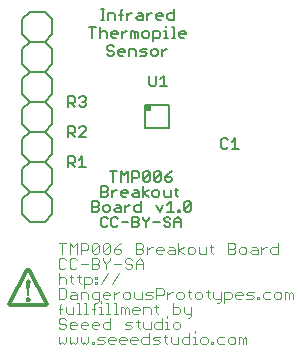
<source format=gbr>
G04 EAGLE Gerber RS-274X export*
G75*
%MOMM*%
%FSLAX34Y34*%
%LPD*%
%INSilkscreen Top*%
%IPPOS*%
%AMOC8*
5,1,8,0,0,1.08239X$1,22.5*%
G01*
%ADD10C,0.127000*%
%ADD11R,0.500000X0.500000*%
%ADD12C,0.152400*%
%ADD13C,0.304800*%
%ADD14C,0.076200*%

G36*
X17799Y-50218D02*
X17799Y-50218D01*
X17841Y-50221D01*
X17909Y-50202D01*
X17978Y-50192D01*
X18016Y-50172D01*
X18057Y-50160D01*
X18114Y-50119D01*
X18176Y-50086D01*
X18204Y-50054D01*
X18238Y-50028D01*
X18277Y-49970D01*
X18323Y-49917D01*
X18339Y-49877D01*
X18362Y-49841D01*
X18385Y-49754D01*
X18403Y-49707D01*
X18404Y-49683D01*
X18410Y-49660D01*
X19660Y-38410D01*
X19654Y-38310D01*
X19651Y-38209D01*
X19646Y-38198D01*
X19645Y-38186D01*
X19604Y-38094D01*
X19566Y-38002D01*
X19558Y-37993D01*
X19553Y-37982D01*
X19483Y-37910D01*
X19415Y-37836D01*
X19404Y-37830D01*
X19396Y-37822D01*
X19305Y-37779D01*
X19215Y-37733D01*
X19202Y-37731D01*
X19192Y-37727D01*
X19147Y-37723D01*
X19030Y-37706D01*
X16530Y-37706D01*
X16431Y-37723D01*
X16332Y-37738D01*
X16321Y-37743D01*
X16309Y-37745D01*
X16223Y-37797D01*
X16134Y-37844D01*
X16126Y-37853D01*
X16116Y-37860D01*
X16053Y-37938D01*
X15987Y-38013D01*
X15982Y-38024D01*
X15975Y-38034D01*
X15942Y-38129D01*
X15907Y-38223D01*
X15906Y-38236D01*
X15903Y-38246D01*
X15904Y-38292D01*
X15900Y-38410D01*
X17150Y-49660D01*
X17162Y-49701D01*
X17165Y-49744D01*
X17194Y-49808D01*
X17213Y-49875D01*
X17239Y-49909D01*
X17257Y-49948D01*
X17306Y-49998D01*
X17348Y-50055D01*
X17384Y-50078D01*
X17414Y-50108D01*
X17478Y-50138D01*
X17537Y-50176D01*
X17579Y-50185D01*
X17618Y-50203D01*
X17687Y-50209D01*
X17756Y-50224D01*
X17799Y-50218D01*
G37*
D10*
X89961Y46355D02*
X89961Y55253D01*
X86995Y55253D02*
X92927Y55253D01*
X96350Y55253D02*
X96350Y46355D01*
X99316Y52287D02*
X96350Y55253D01*
X99316Y52287D02*
X102282Y55253D01*
X102282Y46355D01*
X105705Y46355D02*
X105705Y55253D01*
X110154Y55253D01*
X111637Y53770D01*
X111637Y50804D01*
X110154Y49321D01*
X105705Y49321D01*
X115061Y47838D02*
X115061Y53770D01*
X116543Y55253D01*
X119509Y55253D01*
X120992Y53770D01*
X120992Y47838D01*
X119509Y46355D01*
X116543Y46355D01*
X115061Y47838D01*
X120992Y53770D01*
X124416Y53770D02*
X124416Y47838D01*
X124416Y53770D02*
X125899Y55253D01*
X128865Y55253D01*
X130347Y53770D01*
X130347Y47838D01*
X128865Y46355D01*
X125899Y46355D01*
X124416Y47838D01*
X130347Y53770D01*
X136737Y53770D02*
X139703Y55253D01*
X136737Y53770D02*
X133771Y50804D01*
X133771Y47838D01*
X135254Y46355D01*
X138220Y46355D01*
X139703Y47838D01*
X139703Y49321D01*
X138220Y50804D01*
X133771Y50804D01*
X79375Y42553D02*
X79375Y33655D01*
X79375Y42553D02*
X83824Y42553D01*
X85307Y41070D01*
X85307Y39587D01*
X83824Y38104D01*
X85307Y36621D01*
X85307Y35138D01*
X83824Y33655D01*
X79375Y33655D01*
X79375Y38104D02*
X83824Y38104D01*
X88730Y39587D02*
X88730Y33655D01*
X88730Y36621D02*
X91696Y39587D01*
X93179Y39587D01*
X98009Y33655D02*
X100975Y33655D01*
X98009Y33655D02*
X96526Y35138D01*
X96526Y38104D01*
X98009Y39587D01*
X100975Y39587D01*
X102458Y38104D01*
X102458Y36621D01*
X96526Y36621D01*
X107364Y39587D02*
X110330Y39587D01*
X111813Y38104D01*
X111813Y33655D01*
X107364Y33655D01*
X105881Y35138D01*
X107364Y36621D01*
X111813Y36621D01*
X115237Y33655D02*
X115237Y42553D01*
X115237Y36621D02*
X119685Y33655D01*
X115237Y36621D02*
X119685Y39587D01*
X124515Y33655D02*
X127481Y33655D01*
X128964Y35138D01*
X128964Y38104D01*
X127481Y39587D01*
X124515Y39587D01*
X123033Y38104D01*
X123033Y35138D01*
X124515Y33655D01*
X132388Y35138D02*
X132388Y39587D01*
X132388Y35138D02*
X133871Y33655D01*
X138319Y33655D01*
X138319Y39587D01*
X143226Y41070D02*
X143226Y35138D01*
X144709Y33655D01*
X144709Y39587D02*
X141743Y39587D01*
X82341Y183515D02*
X79375Y183515D01*
X80858Y183515D02*
X80858Y192413D01*
X79375Y192413D02*
X82341Y192413D01*
X85612Y189447D02*
X85612Y183515D01*
X85612Y189447D02*
X90061Y189447D01*
X91544Y187964D01*
X91544Y183515D01*
X96450Y183515D02*
X96450Y190930D01*
X97933Y192413D01*
X97933Y187964D02*
X94967Y187964D01*
X101204Y189447D02*
X101204Y183515D01*
X101204Y186481D02*
X104170Y189447D01*
X105653Y189447D01*
X110483Y189447D02*
X113449Y189447D01*
X114931Y187964D01*
X114931Y183515D01*
X110483Y183515D01*
X109000Y184998D01*
X110483Y186481D01*
X114931Y186481D01*
X118355Y183515D02*
X118355Y189447D01*
X118355Y186481D02*
X121321Y189447D01*
X122804Y189447D01*
X127634Y183515D02*
X130600Y183515D01*
X127634Y183515D02*
X126151Y184998D01*
X126151Y187964D01*
X127634Y189447D01*
X130600Y189447D01*
X132083Y187964D01*
X132083Y186481D01*
X126151Y186481D01*
X141438Y183515D02*
X141438Y192413D01*
X141438Y183515D02*
X136989Y183515D01*
X135506Y184998D01*
X135506Y187964D01*
X136989Y189447D01*
X141438Y189447D01*
X72181Y177173D02*
X72181Y168275D01*
X69215Y177173D02*
X75147Y177173D01*
X78570Y177173D02*
X78570Y168275D01*
X78570Y172724D02*
X80053Y174207D01*
X83019Y174207D01*
X84502Y172724D01*
X84502Y168275D01*
X89408Y168275D02*
X92374Y168275D01*
X89408Y168275D02*
X87925Y169758D01*
X87925Y172724D01*
X89408Y174207D01*
X92374Y174207D01*
X93857Y172724D01*
X93857Y171241D01*
X87925Y171241D01*
X97281Y168275D02*
X97281Y174207D01*
X100246Y174207D02*
X97281Y171241D01*
X100246Y174207D02*
X101729Y174207D01*
X105077Y174207D02*
X105077Y168275D01*
X105077Y174207D02*
X106559Y174207D01*
X108042Y172724D01*
X108042Y168275D01*
X108042Y172724D02*
X109525Y174207D01*
X111008Y172724D01*
X111008Y168275D01*
X115915Y168275D02*
X118881Y168275D01*
X120363Y169758D01*
X120363Y172724D01*
X118881Y174207D01*
X115915Y174207D01*
X114432Y172724D01*
X114432Y169758D01*
X115915Y168275D01*
X123787Y165309D02*
X123787Y174207D01*
X128236Y174207D01*
X129719Y172724D01*
X129719Y169758D01*
X128236Y168275D01*
X123787Y168275D01*
X133142Y174207D02*
X134625Y174207D01*
X134625Y168275D01*
X133142Y168275D02*
X136108Y168275D01*
X134625Y177173D02*
X134625Y178656D01*
X139379Y177173D02*
X140862Y177173D01*
X140862Y168275D01*
X139379Y168275D02*
X142345Y168275D01*
X147099Y168275D02*
X150064Y168275D01*
X147099Y168275D02*
X145616Y169758D01*
X145616Y172724D01*
X147099Y174207D01*
X150064Y174207D01*
X151547Y172724D01*
X151547Y171241D01*
X145616Y171241D01*
X90387Y160450D02*
X88904Y161933D01*
X85938Y161933D01*
X84455Y160450D01*
X84455Y158967D01*
X85938Y157484D01*
X88904Y157484D01*
X90387Y156001D01*
X90387Y154518D01*
X88904Y153035D01*
X85938Y153035D01*
X84455Y154518D01*
X95293Y153035D02*
X98259Y153035D01*
X95293Y153035D02*
X93810Y154518D01*
X93810Y157484D01*
X95293Y158967D01*
X98259Y158967D01*
X99742Y157484D01*
X99742Y156001D01*
X93810Y156001D01*
X103165Y153035D02*
X103165Y158967D01*
X107614Y158967D01*
X109097Y157484D01*
X109097Y153035D01*
X112521Y153035D02*
X116969Y153035D01*
X118452Y154518D01*
X116969Y156001D01*
X114003Y156001D01*
X112521Y157484D01*
X114003Y158967D01*
X118452Y158967D01*
X123359Y153035D02*
X126325Y153035D01*
X127807Y154518D01*
X127807Y157484D01*
X126325Y158967D01*
X123359Y158967D01*
X121876Y157484D01*
X121876Y154518D01*
X123359Y153035D01*
X131231Y153035D02*
X131231Y158967D01*
X131231Y156001D02*
X134197Y158967D01*
X135680Y158967D01*
X71755Y29853D02*
X71755Y20955D01*
X71755Y29853D02*
X76204Y29853D01*
X77687Y28370D01*
X77687Y26887D01*
X76204Y25404D01*
X77687Y23921D01*
X77687Y22438D01*
X76204Y20955D01*
X71755Y20955D01*
X71755Y25404D02*
X76204Y25404D01*
X82593Y20955D02*
X85559Y20955D01*
X87042Y22438D01*
X87042Y25404D01*
X85559Y26887D01*
X82593Y26887D01*
X81110Y25404D01*
X81110Y22438D01*
X82593Y20955D01*
X91948Y26887D02*
X94914Y26887D01*
X96397Y25404D01*
X96397Y20955D01*
X91948Y20955D01*
X90465Y22438D01*
X91948Y23921D01*
X96397Y23921D01*
X99821Y20955D02*
X99821Y26887D01*
X102786Y26887D02*
X99821Y23921D01*
X102786Y26887D02*
X104269Y26887D01*
X113548Y29853D02*
X113548Y20955D01*
X109099Y20955D01*
X107617Y22438D01*
X107617Y25404D01*
X109099Y26887D01*
X113548Y26887D01*
X126327Y26887D02*
X129293Y20955D01*
X132259Y26887D01*
X135682Y26887D02*
X138648Y29853D01*
X138648Y20955D01*
X135682Y20955D02*
X141614Y20955D01*
X145037Y20955D02*
X145037Y22438D01*
X146520Y22438D01*
X146520Y20955D01*
X145037Y20955D01*
X149715Y22438D02*
X149715Y28370D01*
X151198Y29853D01*
X154164Y29853D01*
X155647Y28370D01*
X155647Y22438D01*
X154164Y20955D01*
X151198Y20955D01*
X149715Y22438D01*
X155647Y28370D01*
X84968Y15246D02*
X83570Y16644D01*
X80773Y16644D01*
X79375Y15246D01*
X79375Y9653D01*
X80773Y8255D01*
X83570Y8255D01*
X84968Y9653D01*
X92457Y16644D02*
X93855Y15246D01*
X92457Y16644D02*
X89661Y16644D01*
X88262Y15246D01*
X88262Y9653D01*
X89661Y8255D01*
X92457Y8255D01*
X93855Y9653D01*
X97150Y12450D02*
X102743Y12450D01*
X106037Y16644D02*
X106037Y8255D01*
X106037Y16644D02*
X110232Y16644D01*
X111630Y15246D01*
X111630Y13848D01*
X110232Y12450D01*
X111630Y11051D01*
X111630Y9653D01*
X110232Y8255D01*
X106037Y8255D01*
X106037Y12450D02*
X110232Y12450D01*
X114925Y15246D02*
X114925Y16644D01*
X114925Y15246D02*
X117721Y12450D01*
X120517Y15246D01*
X120517Y16644D01*
X117721Y12450D02*
X117721Y8255D01*
X123812Y12450D02*
X129405Y12450D01*
X136894Y16644D02*
X138292Y15246D01*
X136894Y16644D02*
X134098Y16644D01*
X132699Y15246D01*
X132699Y13848D01*
X134098Y12450D01*
X136894Y12450D01*
X138292Y11051D01*
X138292Y9653D01*
X136894Y8255D01*
X134098Y8255D01*
X132699Y9653D01*
X141587Y8255D02*
X141587Y13848D01*
X144383Y16644D01*
X147180Y13848D01*
X147180Y8255D01*
X147180Y12450D02*
X141587Y12450D01*
X137000Y91600D02*
X117000Y91600D01*
X137000Y91600D02*
X137000Y111600D01*
X117000Y111600D01*
X117000Y91600D01*
D11*
X119500Y109100D03*
D10*
X120335Y128878D02*
X120335Y136293D01*
X120335Y128878D02*
X121818Y127395D01*
X124784Y127395D01*
X126267Y128878D01*
X126267Y136293D01*
X129690Y133327D02*
X132656Y136293D01*
X132656Y127395D01*
X129690Y127395D02*
X135622Y127395D01*
X185424Y83193D02*
X186907Y81710D01*
X185424Y83193D02*
X182458Y83193D01*
X180975Y81710D01*
X180975Y75778D01*
X182458Y74295D01*
X185424Y74295D01*
X186907Y75778D01*
X190330Y80227D02*
X193296Y83193D01*
X193296Y74295D01*
X190330Y74295D02*
X196262Y74295D01*
D12*
X38100Y57150D02*
X31750Y63500D01*
X38100Y57150D02*
X38100Y44450D01*
X31750Y38100D01*
X19050Y38100D01*
X12700Y44450D01*
X12700Y57150D01*
X19050Y63500D01*
X38100Y95250D02*
X38100Y107950D01*
X38100Y95250D02*
X31750Y88900D01*
X19050Y88900D01*
X12700Y95250D01*
X31750Y88900D02*
X38100Y82550D01*
X38100Y69850D01*
X31750Y63500D01*
X19050Y63500D01*
X12700Y69850D01*
X12700Y82550D01*
X19050Y88900D01*
X38100Y133350D02*
X31750Y139700D01*
X38100Y133350D02*
X38100Y120650D01*
X31750Y114300D01*
X19050Y114300D01*
X12700Y120650D01*
X12700Y133350D01*
X19050Y139700D01*
X31750Y114300D02*
X38100Y107950D01*
X19050Y114300D02*
X12700Y107950D01*
X12700Y95250D01*
X38100Y171450D02*
X38100Y184150D01*
X38100Y171450D02*
X31750Y165100D01*
X19050Y165100D01*
X12700Y171450D01*
X31750Y165100D02*
X38100Y158750D01*
X38100Y146050D01*
X31750Y139700D01*
X19050Y139700D01*
X12700Y146050D01*
X12700Y158750D01*
X19050Y165100D01*
X19050Y190500D02*
X31750Y190500D01*
X38100Y184150D01*
X19050Y190500D02*
X12700Y184150D01*
X12700Y171450D01*
X38100Y31750D02*
X38100Y19050D01*
X31750Y12700D01*
X19050Y12700D01*
X12700Y19050D01*
X31750Y38100D02*
X38100Y31750D01*
X19050Y38100D02*
X12700Y31750D01*
X12700Y19050D01*
D10*
X51435Y59055D02*
X51435Y67953D01*
X55884Y67953D01*
X57367Y66470D01*
X57367Y63504D01*
X55884Y62021D01*
X51435Y62021D01*
X54401Y62021D02*
X57367Y59055D01*
X60790Y64987D02*
X63756Y67953D01*
X63756Y59055D01*
X60790Y59055D02*
X66722Y59055D01*
X51435Y84455D02*
X51435Y93353D01*
X55884Y93353D01*
X57367Y91870D01*
X57367Y88904D01*
X55884Y87421D01*
X51435Y87421D01*
X54401Y87421D02*
X57367Y84455D01*
X60790Y84455D02*
X66722Y84455D01*
X60790Y84455D02*
X66722Y90387D01*
X66722Y91870D01*
X65239Y93353D01*
X62273Y93353D01*
X60790Y91870D01*
X51435Y109855D02*
X51435Y118753D01*
X55884Y118753D01*
X57367Y117270D01*
X57367Y114304D01*
X55884Y112821D01*
X51435Y112821D01*
X54401Y112821D02*
X57367Y109855D01*
X60790Y117270D02*
X62273Y118753D01*
X65239Y118753D01*
X66722Y117270D01*
X66722Y115787D01*
X65239Y114304D01*
X63756Y114304D01*
X65239Y114304D02*
X66722Y112821D01*
X66722Y111338D01*
X65239Y109855D01*
X62273Y109855D01*
X60790Y111338D01*
X19030Y-38340D02*
X19028Y-38271D01*
X19022Y-38202D01*
X19013Y-38134D01*
X19000Y-38067D01*
X18983Y-38000D01*
X18962Y-37934D01*
X18938Y-37870D01*
X18910Y-37807D01*
X18879Y-37745D01*
X18845Y-37685D01*
X18807Y-37628D01*
X18766Y-37572D01*
X18723Y-37519D01*
X18676Y-37468D01*
X18627Y-37420D01*
X18575Y-37375D01*
X18520Y-37333D01*
X18464Y-37294D01*
X18405Y-37257D01*
X18344Y-37225D01*
X18282Y-37195D01*
X18218Y-37169D01*
X18153Y-37147D01*
X18087Y-37128D01*
X18020Y-37113D01*
X17952Y-37102D01*
X17883Y-37094D01*
X17814Y-37090D01*
X17746Y-37090D01*
X17677Y-37094D01*
X17608Y-37102D01*
X17540Y-37113D01*
X17473Y-37128D01*
X17407Y-37147D01*
X17342Y-37169D01*
X17278Y-37195D01*
X17216Y-37225D01*
X17155Y-37257D01*
X17096Y-37294D01*
X17040Y-37333D01*
X16985Y-37375D01*
X16933Y-37420D01*
X16884Y-37468D01*
X16837Y-37519D01*
X16794Y-37572D01*
X16753Y-37628D01*
X16715Y-37685D01*
X16681Y-37745D01*
X16650Y-37807D01*
X16622Y-37870D01*
X16598Y-37934D01*
X16577Y-38000D01*
X16560Y-38067D01*
X16547Y-38134D01*
X16538Y-38202D01*
X16532Y-38271D01*
X16530Y-38340D01*
D13*
X1530Y-57090D02*
X2780Y-58340D01*
X32780Y-58340D02*
X34030Y-57090D01*
X1530Y-57090D02*
X17155Y-28340D01*
X2780Y-58340D02*
X32780Y-58340D01*
X34030Y-57090D02*
X18405Y-28340D01*
X17155Y-28340D01*
D10*
X16530Y-53340D02*
X16532Y-53270D01*
X16538Y-53200D01*
X16548Y-53131D01*
X16561Y-53062D01*
X16579Y-52994D01*
X16600Y-52927D01*
X16625Y-52862D01*
X16654Y-52798D01*
X16686Y-52735D01*
X16722Y-52675D01*
X16761Y-52617D01*
X16803Y-52561D01*
X16848Y-52507D01*
X16896Y-52456D01*
X16947Y-52408D01*
X17001Y-52363D01*
X17057Y-52321D01*
X17115Y-52282D01*
X17175Y-52246D01*
X17238Y-52214D01*
X17302Y-52185D01*
X17367Y-52160D01*
X17434Y-52139D01*
X17502Y-52121D01*
X17571Y-52108D01*
X17640Y-52098D01*
X17710Y-52092D01*
X17780Y-52090D01*
X17850Y-52092D01*
X17920Y-52098D01*
X17989Y-52108D01*
X18058Y-52121D01*
X18126Y-52139D01*
X18193Y-52160D01*
X18258Y-52185D01*
X18322Y-52214D01*
X18385Y-52246D01*
X18445Y-52282D01*
X18503Y-52321D01*
X18559Y-52363D01*
X18613Y-52408D01*
X18664Y-52456D01*
X18712Y-52507D01*
X18757Y-52561D01*
X18799Y-52617D01*
X18838Y-52675D01*
X18874Y-52735D01*
X18906Y-52798D01*
X18935Y-52862D01*
X18960Y-52927D01*
X18981Y-52994D01*
X18999Y-53062D01*
X19012Y-53131D01*
X19022Y-53200D01*
X19028Y-53270D01*
X19030Y-53340D01*
X19028Y-53410D01*
X19022Y-53480D01*
X19012Y-53549D01*
X18999Y-53618D01*
X18981Y-53686D01*
X18960Y-53753D01*
X18935Y-53818D01*
X18906Y-53882D01*
X18874Y-53945D01*
X18838Y-54005D01*
X18799Y-54063D01*
X18757Y-54119D01*
X18712Y-54173D01*
X18664Y-54224D01*
X18613Y-54272D01*
X18559Y-54317D01*
X18503Y-54359D01*
X18445Y-54398D01*
X18385Y-54434D01*
X18322Y-54466D01*
X18258Y-54495D01*
X18193Y-54520D01*
X18126Y-54541D01*
X18058Y-54559D01*
X17989Y-54572D01*
X17920Y-54582D01*
X17850Y-54588D01*
X17780Y-54590D01*
X17710Y-54588D01*
X17640Y-54582D01*
X17571Y-54572D01*
X17502Y-54559D01*
X17434Y-54541D01*
X17367Y-54520D01*
X17302Y-54495D01*
X17238Y-54466D01*
X17175Y-54434D01*
X17115Y-54398D01*
X17057Y-54359D01*
X17001Y-54317D01*
X16947Y-54272D01*
X16896Y-54224D01*
X16848Y-54173D01*
X16803Y-54119D01*
X16761Y-54063D01*
X16722Y-54005D01*
X16686Y-53945D01*
X16654Y-53882D01*
X16625Y-53818D01*
X16600Y-53753D01*
X16579Y-53686D01*
X16561Y-53618D01*
X16548Y-53549D01*
X16538Y-53480D01*
X16532Y-53410D01*
X16530Y-53340D01*
D14*
X45129Y-57821D02*
X45129Y-65659D01*
X45129Y-57821D02*
X46696Y-56253D01*
X46696Y-60956D02*
X43561Y-60956D01*
X49798Y-59388D02*
X49798Y-64091D01*
X51365Y-65659D01*
X56068Y-65659D01*
X56068Y-59388D01*
X59153Y-56253D02*
X60721Y-56253D01*
X60721Y-65659D01*
X62288Y-65659D02*
X59153Y-65659D01*
X65390Y-56253D02*
X66957Y-56253D01*
X66957Y-65659D01*
X65390Y-65659D02*
X68525Y-65659D01*
X73194Y-65659D02*
X73194Y-57821D01*
X74762Y-56253D01*
X74762Y-60956D02*
X71627Y-60956D01*
X77863Y-59388D02*
X79431Y-59388D01*
X79431Y-65659D01*
X77863Y-65659D02*
X80999Y-65659D01*
X79431Y-56253D02*
X79431Y-54685D01*
X84100Y-56253D02*
X85668Y-56253D01*
X85668Y-65659D01*
X87235Y-65659D02*
X84100Y-65659D01*
X90337Y-56253D02*
X91905Y-56253D01*
X91905Y-65659D01*
X93472Y-65659D02*
X90337Y-65659D01*
X96574Y-65659D02*
X96574Y-59388D01*
X98141Y-59388D01*
X99709Y-60956D01*
X99709Y-65659D01*
X99709Y-60956D02*
X101277Y-59388D01*
X102844Y-60956D01*
X102844Y-65659D01*
X107497Y-65659D02*
X110632Y-65659D01*
X107497Y-65659D02*
X105929Y-64091D01*
X105929Y-60956D01*
X107497Y-59388D01*
X110632Y-59388D01*
X112200Y-60956D01*
X112200Y-62524D01*
X105929Y-62524D01*
X115284Y-65659D02*
X115284Y-59388D01*
X119987Y-59388D01*
X121555Y-60956D01*
X121555Y-65659D01*
X126207Y-64091D02*
X126207Y-57821D01*
X126207Y-64091D02*
X127775Y-65659D01*
X127775Y-59388D02*
X124639Y-59388D01*
X140231Y-56253D02*
X140231Y-65659D01*
X144934Y-65659D01*
X146502Y-64091D01*
X146502Y-60956D01*
X144934Y-59388D01*
X140231Y-59388D01*
X149586Y-59388D02*
X149586Y-64091D01*
X151154Y-65659D01*
X155857Y-65659D01*
X155857Y-67227D02*
X155857Y-59388D01*
X155857Y-67227D02*
X154289Y-68794D01*
X152722Y-68794D01*
X49832Y-70521D02*
X48264Y-68953D01*
X45129Y-68953D01*
X43561Y-70521D01*
X43561Y-72088D01*
X45129Y-73656D01*
X48264Y-73656D01*
X49832Y-75224D01*
X49832Y-76791D01*
X48264Y-78359D01*
X45129Y-78359D01*
X43561Y-76791D01*
X54484Y-78359D02*
X57619Y-78359D01*
X54484Y-78359D02*
X52916Y-76791D01*
X52916Y-73656D01*
X54484Y-72088D01*
X57619Y-72088D01*
X59187Y-73656D01*
X59187Y-75224D01*
X52916Y-75224D01*
X63839Y-78359D02*
X66974Y-78359D01*
X63839Y-78359D02*
X62271Y-76791D01*
X62271Y-73656D01*
X63839Y-72088D01*
X66974Y-72088D01*
X68542Y-73656D01*
X68542Y-75224D01*
X62271Y-75224D01*
X73194Y-78359D02*
X76330Y-78359D01*
X73194Y-78359D02*
X71627Y-76791D01*
X71627Y-73656D01*
X73194Y-72088D01*
X76330Y-72088D01*
X77897Y-73656D01*
X77897Y-75224D01*
X71627Y-75224D01*
X87252Y-78359D02*
X87252Y-68953D01*
X87252Y-78359D02*
X82549Y-78359D01*
X80982Y-76791D01*
X80982Y-73656D01*
X82549Y-72088D01*
X87252Y-72088D01*
X99692Y-78359D02*
X104395Y-78359D01*
X105963Y-76791D01*
X104395Y-75224D01*
X101260Y-75224D01*
X99692Y-73656D01*
X101260Y-72088D01*
X105963Y-72088D01*
X110615Y-70521D02*
X110615Y-76791D01*
X112183Y-78359D01*
X112183Y-72088D02*
X109047Y-72088D01*
X115284Y-72088D02*
X115284Y-76791D01*
X116852Y-78359D01*
X121555Y-78359D01*
X121555Y-72088D01*
X130910Y-68953D02*
X130910Y-78359D01*
X126207Y-78359D01*
X124639Y-76791D01*
X124639Y-73656D01*
X126207Y-72088D01*
X130910Y-72088D01*
X133994Y-72088D02*
X135562Y-72088D01*
X135562Y-78359D01*
X133994Y-78359D02*
X137130Y-78359D01*
X135562Y-68953D02*
X135562Y-67385D01*
X141799Y-78359D02*
X144934Y-78359D01*
X146502Y-76791D01*
X146502Y-73656D01*
X144934Y-72088D01*
X141799Y-72088D01*
X140231Y-73656D01*
X140231Y-76791D01*
X141799Y-78359D01*
X43561Y-84788D02*
X43561Y-89491D01*
X45129Y-91059D01*
X46696Y-89491D01*
X48264Y-91059D01*
X49832Y-89491D01*
X49832Y-84788D01*
X52916Y-84788D02*
X52916Y-89491D01*
X54484Y-91059D01*
X56052Y-89491D01*
X57619Y-91059D01*
X59187Y-89491D01*
X59187Y-84788D01*
X62271Y-84788D02*
X62271Y-89491D01*
X63839Y-91059D01*
X65407Y-89491D01*
X66974Y-91059D01*
X68542Y-89491D01*
X68542Y-84788D01*
X71627Y-89491D02*
X71627Y-91059D01*
X71627Y-89491D02*
X73194Y-89491D01*
X73194Y-91059D01*
X71627Y-91059D01*
X76304Y-91059D02*
X81007Y-91059D01*
X82575Y-89491D01*
X81007Y-87924D01*
X77872Y-87924D01*
X76304Y-86356D01*
X77872Y-84788D01*
X82575Y-84788D01*
X87227Y-91059D02*
X90362Y-91059D01*
X87227Y-91059D02*
X85659Y-89491D01*
X85659Y-86356D01*
X87227Y-84788D01*
X90362Y-84788D01*
X91930Y-86356D01*
X91930Y-87924D01*
X85659Y-87924D01*
X96582Y-91059D02*
X99718Y-91059D01*
X96582Y-91059D02*
X95015Y-89491D01*
X95015Y-86356D01*
X96582Y-84788D01*
X99718Y-84788D01*
X101285Y-86356D01*
X101285Y-87924D01*
X95015Y-87924D01*
X105937Y-91059D02*
X109073Y-91059D01*
X105937Y-91059D02*
X104370Y-89491D01*
X104370Y-86356D01*
X105937Y-84788D01*
X109073Y-84788D01*
X110640Y-86356D01*
X110640Y-87924D01*
X104370Y-87924D01*
X119996Y-91059D02*
X119996Y-81653D01*
X119996Y-91059D02*
X115293Y-91059D01*
X113725Y-89491D01*
X113725Y-86356D01*
X115293Y-84788D01*
X119996Y-84788D01*
X123080Y-91059D02*
X127783Y-91059D01*
X129351Y-89491D01*
X127783Y-87924D01*
X124648Y-87924D01*
X123080Y-86356D01*
X124648Y-84788D01*
X129351Y-84788D01*
X134003Y-83221D02*
X134003Y-89491D01*
X135571Y-91059D01*
X135571Y-84788D02*
X132435Y-84788D01*
X138672Y-84788D02*
X138672Y-89491D01*
X140240Y-91059D01*
X144943Y-91059D01*
X144943Y-84788D01*
X154298Y-81653D02*
X154298Y-91059D01*
X149595Y-91059D01*
X148027Y-89491D01*
X148027Y-86356D01*
X149595Y-84788D01*
X154298Y-84788D01*
X157382Y-84788D02*
X158950Y-84788D01*
X158950Y-91059D01*
X157382Y-91059D02*
X160518Y-91059D01*
X158950Y-81653D02*
X158950Y-80085D01*
X165187Y-91059D02*
X168322Y-91059D01*
X169890Y-89491D01*
X169890Y-86356D01*
X168322Y-84788D01*
X165187Y-84788D01*
X163619Y-86356D01*
X163619Y-89491D01*
X165187Y-91059D01*
X172974Y-91059D02*
X172974Y-89491D01*
X174542Y-89491D01*
X174542Y-91059D01*
X172974Y-91059D01*
X179220Y-84788D02*
X183923Y-84788D01*
X179220Y-84788D02*
X177652Y-86356D01*
X177652Y-89491D01*
X179220Y-91059D01*
X183923Y-91059D01*
X188575Y-91059D02*
X191710Y-91059D01*
X193278Y-89491D01*
X193278Y-86356D01*
X191710Y-84788D01*
X188575Y-84788D01*
X187007Y-86356D01*
X187007Y-89491D01*
X188575Y-91059D01*
X196362Y-91059D02*
X196362Y-84788D01*
X197930Y-84788D01*
X199498Y-86356D01*
X199498Y-91059D01*
X199498Y-86356D02*
X201065Y-84788D01*
X202633Y-86356D01*
X202633Y-91059D01*
X49832Y-19721D02*
X48264Y-18153D01*
X45129Y-18153D01*
X43561Y-19721D01*
X43561Y-25991D01*
X45129Y-27559D01*
X48264Y-27559D01*
X49832Y-25991D01*
X57619Y-18153D02*
X59187Y-19721D01*
X57619Y-18153D02*
X54484Y-18153D01*
X52916Y-19721D01*
X52916Y-25991D01*
X54484Y-27559D01*
X57619Y-27559D01*
X59187Y-25991D01*
X62271Y-22856D02*
X68542Y-22856D01*
X71627Y-27559D02*
X71627Y-18153D01*
X76330Y-18153D01*
X77897Y-19721D01*
X77897Y-21288D01*
X76330Y-22856D01*
X77897Y-24424D01*
X77897Y-25991D01*
X76330Y-27559D01*
X71627Y-27559D01*
X71627Y-22856D02*
X76330Y-22856D01*
X80982Y-19721D02*
X80982Y-18153D01*
X80982Y-19721D02*
X84117Y-22856D01*
X87252Y-19721D01*
X87252Y-18153D01*
X84117Y-22856D02*
X84117Y-27559D01*
X90337Y-22856D02*
X96608Y-22856D01*
X104395Y-18153D02*
X105963Y-19721D01*
X104395Y-18153D02*
X101260Y-18153D01*
X99692Y-19721D01*
X99692Y-21288D01*
X101260Y-22856D01*
X104395Y-22856D01*
X105963Y-24424D01*
X105963Y-25991D01*
X104395Y-27559D01*
X101260Y-27559D01*
X99692Y-25991D01*
X109047Y-27559D02*
X109047Y-21288D01*
X112183Y-18153D01*
X115318Y-21288D01*
X115318Y-27559D01*
X115318Y-22856D02*
X109047Y-22856D01*
X46696Y-14859D02*
X46696Y-5453D01*
X43561Y-5453D02*
X49832Y-5453D01*
X52916Y-5453D02*
X52916Y-14859D01*
X56052Y-8588D02*
X52916Y-5453D01*
X56052Y-8588D02*
X59187Y-5453D01*
X59187Y-14859D01*
X62271Y-14859D02*
X62271Y-5453D01*
X66974Y-5453D01*
X68542Y-7021D01*
X68542Y-10156D01*
X66974Y-11724D01*
X62271Y-11724D01*
X71627Y-13291D02*
X71627Y-7021D01*
X73194Y-5453D01*
X76330Y-5453D01*
X77897Y-7021D01*
X77897Y-13291D01*
X76330Y-14859D01*
X73194Y-14859D01*
X71627Y-13291D01*
X77897Y-7021D01*
X80982Y-7021D02*
X80982Y-13291D01*
X80982Y-7021D02*
X82549Y-5453D01*
X85685Y-5453D01*
X87252Y-7021D01*
X87252Y-13291D01*
X85685Y-14859D01*
X82549Y-14859D01*
X80982Y-13291D01*
X87252Y-7021D01*
X93472Y-7021D02*
X96608Y-5453D01*
X93472Y-7021D02*
X90337Y-10156D01*
X90337Y-13291D01*
X91905Y-14859D01*
X95040Y-14859D01*
X96608Y-13291D01*
X96608Y-11724D01*
X95040Y-10156D01*
X90337Y-10156D01*
X109047Y-14859D02*
X109047Y-5453D01*
X113750Y-5453D01*
X115318Y-7021D01*
X115318Y-8588D01*
X113750Y-10156D01*
X115318Y-11724D01*
X115318Y-13291D01*
X113750Y-14859D01*
X109047Y-14859D01*
X109047Y-10156D02*
X113750Y-10156D01*
X118403Y-8588D02*
X118403Y-14859D01*
X118403Y-11724D02*
X121538Y-8588D01*
X123106Y-8588D01*
X127766Y-14859D02*
X130901Y-14859D01*
X127766Y-14859D02*
X126198Y-13291D01*
X126198Y-10156D01*
X127766Y-8588D01*
X130901Y-8588D01*
X132469Y-10156D01*
X132469Y-11724D01*
X126198Y-11724D01*
X137121Y-8588D02*
X140257Y-8588D01*
X141824Y-10156D01*
X141824Y-14859D01*
X137121Y-14859D01*
X135554Y-13291D01*
X137121Y-11724D01*
X141824Y-11724D01*
X144909Y-14859D02*
X144909Y-5453D01*
X144909Y-11724D02*
X149612Y-14859D01*
X144909Y-11724D02*
X149612Y-8588D01*
X154272Y-14859D02*
X157408Y-14859D01*
X158976Y-13291D01*
X158976Y-10156D01*
X157408Y-8588D01*
X154272Y-8588D01*
X152705Y-10156D01*
X152705Y-13291D01*
X154272Y-14859D01*
X162060Y-13291D02*
X162060Y-8588D01*
X162060Y-13291D02*
X163628Y-14859D01*
X168331Y-14859D01*
X168331Y-8588D01*
X172983Y-7021D02*
X172983Y-13291D01*
X174551Y-14859D01*
X174551Y-8588D02*
X171415Y-8588D01*
X187007Y-5453D02*
X187007Y-14859D01*
X187007Y-5453D02*
X191710Y-5453D01*
X193278Y-7021D01*
X193278Y-8588D01*
X191710Y-10156D01*
X193278Y-11724D01*
X193278Y-13291D01*
X191710Y-14859D01*
X187007Y-14859D01*
X187007Y-10156D02*
X191710Y-10156D01*
X197930Y-14859D02*
X201065Y-14859D01*
X202633Y-13291D01*
X202633Y-10156D01*
X201065Y-8588D01*
X197930Y-8588D01*
X196362Y-10156D01*
X196362Y-13291D01*
X197930Y-14859D01*
X207285Y-8588D02*
X210421Y-8588D01*
X211988Y-10156D01*
X211988Y-14859D01*
X207285Y-14859D01*
X205718Y-13291D01*
X207285Y-11724D01*
X211988Y-11724D01*
X215073Y-14859D02*
X215073Y-8588D01*
X218208Y-8588D02*
X215073Y-11724D01*
X218208Y-8588D02*
X219776Y-8588D01*
X229139Y-5453D02*
X229139Y-14859D01*
X224436Y-14859D01*
X222869Y-13291D01*
X222869Y-10156D01*
X224436Y-8588D01*
X229139Y-8588D01*
X43561Y-30853D02*
X43561Y-40259D01*
X43561Y-35556D02*
X45129Y-33988D01*
X48264Y-33988D01*
X49832Y-35556D01*
X49832Y-40259D01*
X54484Y-38691D02*
X54484Y-32421D01*
X54484Y-38691D02*
X56052Y-40259D01*
X56052Y-33988D02*
X52916Y-33988D01*
X60721Y-32421D02*
X60721Y-38691D01*
X62288Y-40259D01*
X62288Y-33988D02*
X59153Y-33988D01*
X65390Y-33988D02*
X65390Y-43394D01*
X65390Y-33988D02*
X70093Y-33988D01*
X71660Y-35556D01*
X71660Y-38691D01*
X70093Y-40259D01*
X65390Y-40259D01*
X74745Y-33988D02*
X76313Y-33988D01*
X76313Y-35556D01*
X74745Y-35556D01*
X74745Y-33988D01*
X74745Y-38691D02*
X76313Y-38691D01*
X76313Y-40259D01*
X74745Y-40259D01*
X74745Y-38691D01*
X79423Y-40259D02*
X85693Y-30853D01*
X95048Y-30853D02*
X88778Y-40259D01*
X43561Y-43553D02*
X43561Y-52959D01*
X48264Y-52959D01*
X49832Y-51391D01*
X49832Y-45121D01*
X48264Y-43553D01*
X43561Y-43553D01*
X54484Y-46688D02*
X57619Y-46688D01*
X59187Y-48256D01*
X59187Y-52959D01*
X54484Y-52959D01*
X52916Y-51391D01*
X54484Y-49824D01*
X59187Y-49824D01*
X62271Y-52959D02*
X62271Y-46688D01*
X66974Y-46688D01*
X68542Y-48256D01*
X68542Y-52959D01*
X74762Y-56094D02*
X76330Y-56094D01*
X77897Y-54527D01*
X77897Y-46688D01*
X73194Y-46688D01*
X71627Y-48256D01*
X71627Y-51391D01*
X73194Y-52959D01*
X77897Y-52959D01*
X82549Y-52959D02*
X85685Y-52959D01*
X82549Y-52959D02*
X80982Y-51391D01*
X80982Y-48256D01*
X82549Y-46688D01*
X85685Y-46688D01*
X87252Y-48256D01*
X87252Y-49824D01*
X80982Y-49824D01*
X90337Y-52959D02*
X90337Y-46688D01*
X93472Y-46688D02*
X90337Y-49824D01*
X93472Y-46688D02*
X95040Y-46688D01*
X99701Y-52959D02*
X102836Y-52959D01*
X104404Y-51391D01*
X104404Y-48256D01*
X102836Y-46688D01*
X99701Y-46688D01*
X98133Y-48256D01*
X98133Y-51391D01*
X99701Y-52959D01*
X107488Y-51391D02*
X107488Y-46688D01*
X107488Y-51391D02*
X109056Y-52959D01*
X113759Y-52959D01*
X113759Y-46688D01*
X116843Y-52959D02*
X121546Y-52959D01*
X123114Y-51391D01*
X121546Y-49824D01*
X118411Y-49824D01*
X116843Y-48256D01*
X118411Y-46688D01*
X123114Y-46688D01*
X126198Y-43553D02*
X126198Y-52959D01*
X126198Y-43553D02*
X130901Y-43553D01*
X132469Y-45121D01*
X132469Y-48256D01*
X130901Y-49824D01*
X126198Y-49824D01*
X135554Y-52959D02*
X135554Y-46688D01*
X138689Y-46688D02*
X135554Y-49824D01*
X138689Y-46688D02*
X140257Y-46688D01*
X144917Y-52959D02*
X148053Y-52959D01*
X149620Y-51391D01*
X149620Y-48256D01*
X148053Y-46688D01*
X144917Y-46688D01*
X143350Y-48256D01*
X143350Y-51391D01*
X144917Y-52959D01*
X154272Y-51391D02*
X154272Y-45121D01*
X154272Y-51391D02*
X155840Y-52959D01*
X155840Y-46688D02*
X152705Y-46688D01*
X160509Y-52959D02*
X163645Y-52959D01*
X165212Y-51391D01*
X165212Y-48256D01*
X163645Y-46688D01*
X160509Y-46688D01*
X158942Y-48256D01*
X158942Y-51391D01*
X160509Y-52959D01*
X169864Y-51391D02*
X169864Y-45121D01*
X169864Y-51391D02*
X171432Y-52959D01*
X171432Y-46688D02*
X168297Y-46688D01*
X174534Y-46688D02*
X174534Y-51391D01*
X176101Y-52959D01*
X180804Y-52959D01*
X180804Y-54527D02*
X180804Y-46688D01*
X180804Y-54527D02*
X179237Y-56094D01*
X177669Y-56094D01*
X183889Y-56094D02*
X183889Y-46688D01*
X188592Y-46688D01*
X190159Y-48256D01*
X190159Y-51391D01*
X188592Y-52959D01*
X183889Y-52959D01*
X194812Y-52959D02*
X197947Y-52959D01*
X194812Y-52959D02*
X193244Y-51391D01*
X193244Y-48256D01*
X194812Y-46688D01*
X197947Y-46688D01*
X199515Y-48256D01*
X199515Y-49824D01*
X193244Y-49824D01*
X202599Y-52959D02*
X207302Y-52959D01*
X208870Y-51391D01*
X207302Y-49824D01*
X204167Y-49824D01*
X202599Y-48256D01*
X204167Y-46688D01*
X208870Y-46688D01*
X211954Y-51391D02*
X211954Y-52959D01*
X211954Y-51391D02*
X213522Y-51391D01*
X213522Y-52959D01*
X211954Y-52959D01*
X218200Y-46688D02*
X222903Y-46688D01*
X218200Y-46688D02*
X216632Y-48256D01*
X216632Y-51391D01*
X218200Y-52959D01*
X222903Y-52959D01*
X227555Y-52959D02*
X230690Y-52959D01*
X232258Y-51391D01*
X232258Y-48256D01*
X230690Y-46688D01*
X227555Y-46688D01*
X225987Y-48256D01*
X225987Y-51391D01*
X227555Y-52959D01*
X235342Y-52959D02*
X235342Y-46688D01*
X236910Y-46688D01*
X238478Y-48256D01*
X238478Y-52959D01*
X238478Y-48256D02*
X240045Y-46688D01*
X241613Y-48256D01*
X241613Y-52959D01*
M02*

</source>
